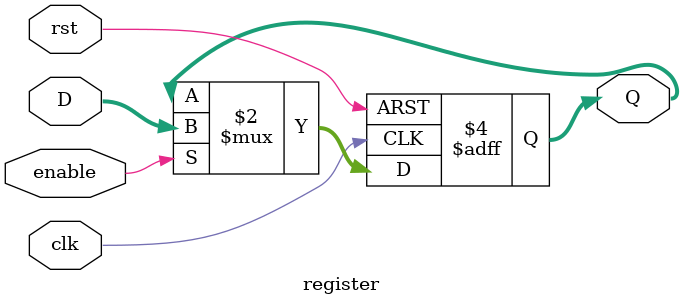
<source format=sv>

/***
module register #(
    parameter width = 32,
    parameter reset_value = 0
) (
    output wire [width-1:0] Q,
    input wire [width-1:0] D,
    input wire clk,
    input wire enable,
    input wire rst
);
    D_flip_flop D_flip_flop_ [width - 1: 0](
        clk, rst, enable, D[width - 1:0], Q[width - 1:0]
    );
endmodule
***/

// -- use reg and always block --

// register: A register which may be reset to an arbirary value
//
// q      (output) - Current value of register
// d      (input)  - Next value of register
// clk    (input)  - Clock (positive edge-sensitive)
// enable (input)  - Load new value? (yes = 1, no = 0)
// reset  (input)  - Asynchronous reset    (reset = 1)
//
module register #(
    parameter width = 32,
    parameter reset_value = 0
) (
    output logic [(width-1):0] Q,
    input logic [(width-1):0] D,
    input logic clk,
    input logic enable,
    input logic rst
);
    always_ff @(posedge clk or posedge rst) begin
        if (rst) Q <= reset_value;
        else if (enable) Q <= D;
    end
endmodule  // register

</source>
